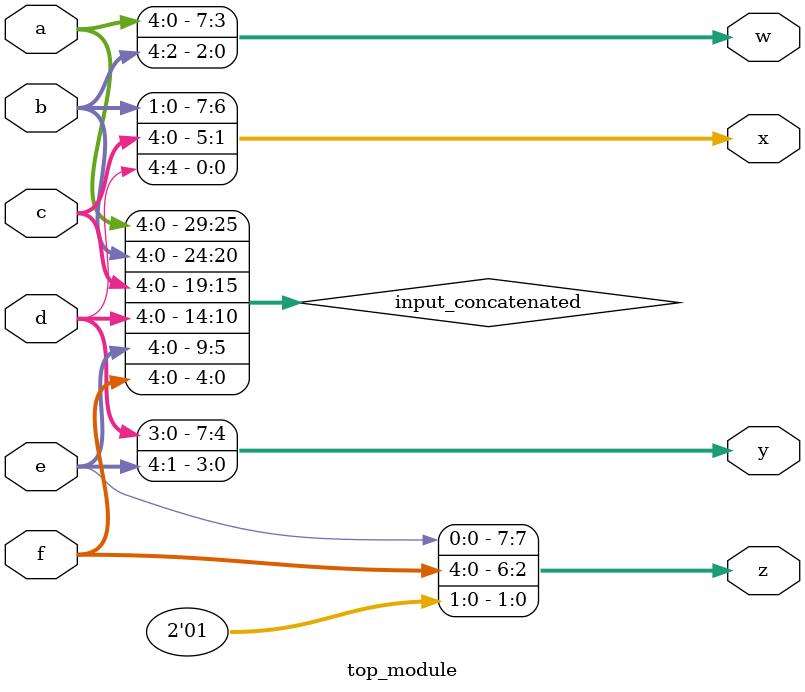
<source format=sv>
module top_module (
	input [4:0] a,
	input [4:0] b,
	input [4:0] c,
	input [4:0] d,
	input [4:0] e,
	input [4:0] f,
	output [7:0] w,
	output [7:0] x,
	output [7:0] y,
	output [7:0] z
);

	// Concatenate the input vectors
	wire [29:0] input_concatenated;
	assign input_concatenated = {a, b, c, d, e, f};

	// Create the output vectors
	assign {w, x, y, z} = {input_concatenated, 2'b01};

endmodule

</source>
